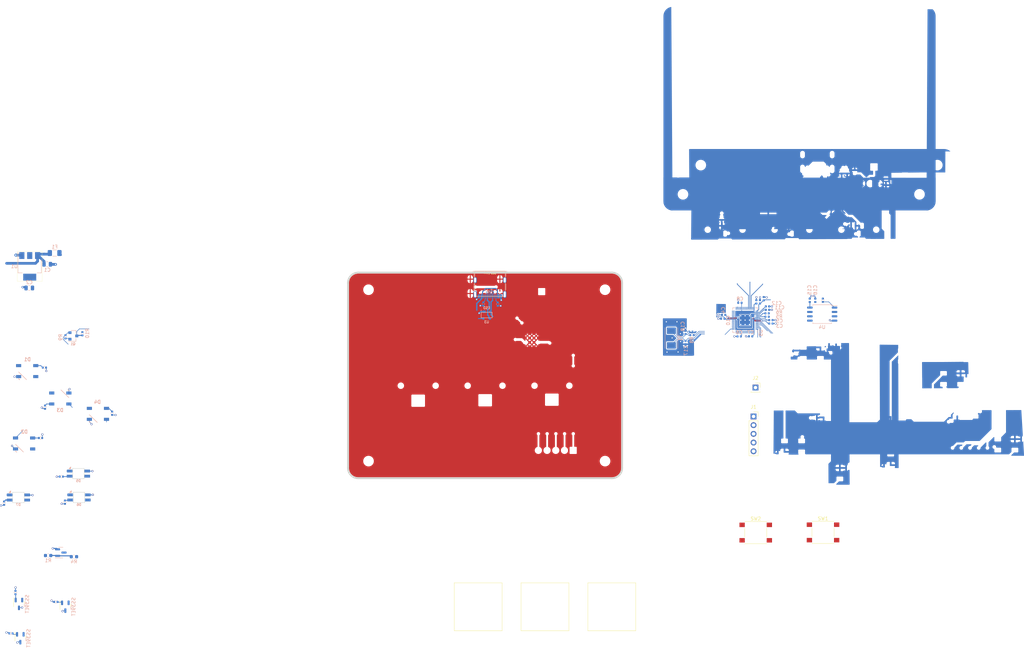
<source format=kicad_pcb>
(kicad_pcb (version 20221018) (generator pcbnew)
  (title_block (title "RP2040 Minimal Design Example") (date "2020-07-13") (rev "REV1") (company "Raspberry Pi (Trading) Ltd"))
  (layers (0 "F.Cu" signal) (31 "B.Cu" signal) (34 "B.Paste" user) (35 "F.Paste" user) (36 "B.SilkS" user "B.Silkscreen") (37 "F.SilkS" user "F.Silkscreen") (38 "B.Mask" user) (39 "F.Mask" user) (44 "Edge.Cuts" user))
  (net 0 "")
  (net 1 "GND")
  (net 2 "VBUS")
  (net 3 "/XIN")
  (net 4 "/XOUT")
  (net 5 "+3V3")
  (net 6 "+1V1")
  (net 7 "/GPIO2")
  (net 8 "/GPIO1")
  (net 9 "/GPIO0")
  (net 10 "UART0")
  (net 11 "UART1")
  (net 12 "/GPIO9")
  (net 13 "/GPIO8")
  (net 14 "/GPIO7")
  (net 15 "/GPIO6")
  (net 16 "/GPIO5")
  (net 17 "/GPIO4")
  (net 18 "/GPIO3")
  (net 19 "/QSPI_SS")
  (net 20 "/GPIO29_ADC3")
  (net 21 "/QSPI_SD3")
  (net 22 "/QSPI_SCLK")
  (net 23 "/QSPI_SD0")
  (net 24 "/QSPI_SD2")
  (net 25 "/QSPI_SD1")
  (net 26 "/USB_D+")
  (net 27 "/USB_D-")
  (net 28 "/GPIO25")
  (net 29 "/GPIO24")
  (net 30 "/GPIO23")
  (net 31 "/GPIO22")
  (net 32 "/GPIO21")
  (net 33 "/GPIO20")
  (net 34 "/GPIO19")
  (net 35 "/GPIO18")
  (net 36 "Net-(C18-Pad1)")
  (net 37 "/GPIO15")
  (net 38 "/GPIO14")
  (net 39 "/GPIO13")
  (net 40 "LED_D_5V")
  (net 41 "+5V")
  (net 42 "+3V")
  (net 43 "SWCLK")
  (net 44 "SWD")
  (net 45 "RUN")
  (net 46 "Net-(U5-USB_DP)")
  (net 47 "Net-(U5-USB_DM)")
  (net 48 "RP_ADC0")
  (net 49 "RP_ADC1")
  (net 50 "RP_ADC2")
  (net 51 "BUTT0")
  (net 52 "BUTT1")
  (net 53 "Net-(D1-DOUT)")
  (net 54 "Net-(D2-DOUT)")
  (net 55 "Net-(D3-DOUT)")
  (net 56 "Net-(D4-DOUT)")
  (net 57 "Net-(D5-DOUT)")
  (net 58 "Net-(D6-DOUT)")
  (net 60 "Net-(P1-CC1)")
  (net 62 "ADC_AVDD")
  (net 63 "Net-(P1-CC2)")
  (net 65 "GPIO12")
  (net 66 "/GPIO17")
  (net 67 "/GPIO16")
  (footprint "Button_Switch_SMD:SW_Push_1P1T_NO_6x6mm_H9.5mm" (layer "F.Cu") (at 178.46 145.68)
    (fp_text reference "SW2")
    (fp_text value "SW_Push")
  )
  (footprint "Button_Switch_Keyboard:SW_Lekker_MX_1.00u_PCB" (layer "F.Cu") (at 136.48 167.34)
    (fp_text reference "REF**" hide)
    (fp_text value "SW_Lekker_MX_1.00u_PCB")
  )
  (footprint "Button_Switch_Keyboard:SW_Lekker_MX_1.00u_PCB" (layer "F.Cu") (at 116.98 167.34)
    (fp_text reference "REF**" hide)
    (fp_text value "SW_Lekker_MX_1.00u_PCB")
  )
  (footprint "MountingHole:MountingHole_2.7mm_M2.5" (layer "F.Cu") (at 65.5 74.83)
    (fp_text reference "REF**" hide)
    (fp_text value "MountingHole_2.7mm_M2.5")
  )
  (footprint "MountingHole:MountingHole_2.7mm_M2.5" (layer "F.Cu") (at 65.5 124.83)
    (fp_text reference "REF**" hide)
    (fp_text value "MountingHole_2.7mm_M2.5")
  )
  (footprint "Button_Switch_SMD:SW_Push_1P1T_NO_6x6mm_H9.5mm" (layer "F.Cu") (at 198.09 145.63)
    (fp_text reference "SW1")
    (fp_text value "SW_Push")
  )
  (footprint "Button_Switch_Keyboard:SW_Lekker_MX_1.00u_PCB" (layer "F.Cu") (at 97.48 167.34)
    (fp_text reference "REF**" hide)
    (fp_text value "SW_Lekker_MX_1.00u_PCB")
  )
  (footprint "Connector_PinSocket_2.54mm:PinSocket_1x01_P2.54mm_Vertical" (layer "F.Cu") (at 178.385 103.375)
    (fp_text reference "J2")
    (fp_text value "Conn_01x01_Socket")
  )
  (footprint "MountingHole:MountingHole_2.7mm_M2.5" (layer "F.Cu") (at 134.5 74.83)
    (fp_text reference "REF**" hide)
    (fp_text value "MountingHole_2.7mm_M2.5")
  )
  (footprint "Connector_PinSocket_2.54mm:PinSocket_1x05_P2.54mm_Vertical" (layer "F.Cu") (at 177.82 111.8)
    (fp_text reference "J1")
    (fp_text value "Conn_01x05_Socket")
  )
  (footprint "MountingHole:MountingHole_2.7mm_M2.5" (layer "F.Cu") (at 134.5 124.83)
    (fp_text reference "REF**" hide)
    (fp_text value "MountingHole_2.7mm_M2.5")
  )
  (footprint "Capacitor_SMD:C_0805_2012Metric" (layer "B.Cu") (at -33.47064 74.3198 180)
    (fp_text reference "C2")
    (fp_text value "10u")
  )
  (footprint "Capacitor_SMD:C_0402_1005Metric" (layer "B.Cu") (at 181.885 79.6975)
    (fp_text reference "C12")
    (fp_text value "1u")
  )
  (footprint "Capacitor_SMD:C_0402_1005Metric" (layer "B.Cu") (at 181.885 80.6975)
    (fp_text reference "C11")
    (fp_text value "1u")
  )
  (footprint "Capacitor_SMD:C_0402_1005Metric" (layer "B.Cu") (at 173.845 78.65 180)
    (fp_text reference "C8")
    (fp_text value "100n")
  )
  (footprint "Package_TO_SOT_SMD:SOT-223-3_TabPin2" (layer "B.Cu") (at -33.34064 68.0098 -90)
    (fp_text reference "U1")
    (fp_text value "NCP1117-3.3_SOT223" hide)
  )
  (footprint "Package_SO:SOIC-8_5.23x5.23mm_P1.27mm" (layer "B.Cu") (at 197.8475 81.9475 180)
    (fp_text reference "U4")
    (fp_text value "W25Q32JVSS")
  )
  (footprint "Capacitor_SMD:C_0402_1005Metric" (layer "B.Cu") (at 157.977481 87.2865 90)
    (fp_text reference "C18")
    (fp_text value "27p")
  )
  (footprint "Capacitor_SMD:C_0402_1005Metric" (layer "B.Cu") (at 182.885 83.6975)
    (fp_text reference "C5")
    (fp_text value "100n")
  )
  (footprint "Capacitor_SMD:C_0402_1005Metric" (layer "B.Cu") (at 176.9675 88.4175 180)
    (fp_text reference "C7")
    (fp_text value "100n")
  )
  (footprint "Capacitor_SMD:C_0402_1005Metric" (layer "B.Cu") (at 168.85 83.284 180)
    (fp_text reference "C10")
    (fp_text value "100n")
  )
  (footprint "Capacitor_SMD:C_0402_1005Metric" (layer "B.Cu") (at 181.770876 82.7125 180)
    (fp_text reference "R5")
    (fp_text value "27R")
  )
  (footprint "Capacitor_SMD:C_0402_1005Metric" (layer "B.Cu") (at 169.09 82.1775 180)
    (fp_text reference "C4")
    (fp_text value "100n")
  )
  (footprint "Capacitor_SMD:C_0805_2012Metric" (layer "B.Cu") (at -28.23064 67.3998)
    (fp_text reference "C1")
    (fp_text value "10u")
  )
  (footprint "Capacitor_SMD:C_0402_1005Metric" (layer "B.Cu") (at 173.6175 88.4475 180)
    (fp_text reference "C6")
    (fp_text value "100n")
  )
  (footprint "Capacitor_SMD:C_0402_1005Metric" (layer "B.Cu") (at 195.83 77.92 90)
    (fp_text reference "C16")
    (fp_text value "1u")
  )
  (footprint "RP2040_minimal:RP2040-QFN-56" (layer "B.Cu") (at 175.36 83.7 90)
    (fp_text reference "U5")
    (fp_text value "RP2040")
  )
  (footprint "Capacitor_SMD:C_0402_1005Metric" (layer "B.Cu") (at 157.977481 90.2565 -90)
    (fp_text reference "C17")
    (fp_text value "27p")
  )
  (footprint "Capacitor_SMD:C_0402_1005Metric" (layer "B.Cu") (at 181.770876 81.7125 180)
    (fp_text reference "R6")
    (fp_text value "27R")
  )
  (footprint "Capacitor_SMD:C_0402_1005Metric" (layer "B.Cu") (at 182.885 84.6975)
    (fp_text reference "C3")
    (fp_text value "100n")
  )
  (footprint "Capacitor_SMD:C_0402_1005Metric" (layer "B.Cu") (at 194.22 77.92 90)
    (fp_text reference "C15")
    (fp_text value "100n" hide)
  )
  (footprint "Capacitor_SMD:C_0402_1005Metric" (layer "B.Cu") (at 159.862481 88.0715 180)
    (fp_text reference "R8")
    (fp_text value "1k")
  )
  (footprint "Crystal:Crystal_SMD_Abracon_ABM7-2Pin_6.0x3.5mm" (layer "B.Cu") (at 153.861481 88.9305 90)
    (fp_text reference "Y1")
    (fp_text value "ABM7-12.000MHZ-D2Y-T")
  )
  (footprint "Capacitor_SMD:C_0402_1005Metric" (layer "B.Cu") (at -37.50064 163.1698 -90)
    (fp_text reference "C21" hide)
    (fp_text value "1u" hide)
  )
  (footprint "Capacitor_SMD:C_0402_1005Metric" (layer "B.Cu") (at -28.87064 109.0898 -90)
    (fp_text reference "C24" hide)
    (fp_text value "1u" hide)
  )
  (footprint "Keebio-Parts:SK6812-MINI-E" (layer "B.Cu") (at -36.65064 135.4398 180)
    (fp_text reference "D7")
    (fp_text value "SK6812MINI" hide)
    (fp_line (start -1.7 -1.5) (end -1.7 1.5) (stroke (width 0.12)) (layer "Edge.Cuts"))
    (fp_line (start -1.7 1.5) (end 1.7 1.5) (stroke (width 0.12)) (layer "Edge.Cuts"))
    (fp_line (start 1.7 -1.5) (end -1.7 -1.5) (stroke (width 0.12)) (layer "Edge.Cuts"))
    (fp_line (start 1.7 1.5) (end 1.7 -1.5) (stroke (width 0.12)) (layer "Edge.Cuts"))
  )
  (footprint "Capacitor_SMD:C_0402_1005Metric" (layer "B.Cu") (at -24.12564 129.3498 180)
    (fp_text reference "C26" hide)
    (fp_text value "1u" hide)
  )
  (footprint "Keebio-Parts:WS2812B" (layer "B.Cu") (at -34.08064 98.5698 180)
    (fp_text reference "D1")
    (fp_text value "WS2812B" hide)
  )
  (footprint "Keebio-Parts:WS2812B" (layer "B.Cu") (at -34.98064 119.6798 180)
    (fp_text reference "D2")
    (fp_text value "WS2812B" hide)
  )
  (footprint "Capacitor_SMD:C_0603_1608Metric" (layer "B.Cu") (at -20.44064 152.7158)
    (fp_text reference "R4")
    (fp_text value "1R")
  )
  (footprint "Package_TO_SOT_SMD:SOT-23-3" (layer "B.Cu") (at -36.08064 176.4998 -90)
    (fp_text reference "S1" hide)
    (fp_text value "SS39ET")
  )
  (footprint "Keebio-Parts:SOT-23" (layer "B.Cu") (at -20.61064 88.3098)
    (fp_text reference "Q1")
    (fp_text value "BSS138")
  )
  (footprint "Connector_USB:USB_C_Receptacle_GCT_USB4105-xx-A_16P_TopMnt_Horizontal" (layer "B.Cu") (at 100.9225 73.0875)
    (fp_text reference "P1")
    (fp_text value "USB4105-GF-A")
  )
  (footprint "Capacitor_SMD:C_0603_1608Metric" (layer "B.Cu") (at -27.97064 152.3758)
    (fp_text reference "R1")
    (fp_text value "200R")
  )
  (footprint "Keebio-Parts:WS2812B" (layer "B.Cu") (at -13.44064 111.0398 180)
    (fp_text reference "D4")
    (fp_text value "WS2812B" hide)
  )
  (footprint "Keebio-Parts:SOT-143B" (layer "B.Cu") (at 99.9575 82.2275)
    (fp_text reference "U3")
    (fp_text value "PRTR5V0U2X" hide)
  )
  (footprint "Package_TO_SOT_SMD:SOT-23-3" (layer "B.Cu") (at -22.95064 167.3098 -90)
    (fp_text reference "S2" hide)
    (fp_text value "SS39ET")
  )
  (footprint "Package_TO_SOT_SMD:SOT-23" (layer "B.Cu") (at -24.28064 151.5098)
    (fp_text reference "U2" hide)
    (fp_text value "LM4040DBZ-3" hide)
  )
  (footprint "Capacitor_SMD:C_0402_1005Metric" (layer "B.Cu") (at 99.0025 78.9975 -90)
    (fp_text reference "R2" hide)
    (fp_text value "5.1k" hide)
  )
  (footprint "Capacitor_SMD:C_0402_1005Metric" (layer "B.Cu") (at -17.98064 87.6698 -90)
    (fp_text reference "R10")
    (fp_text value "10k" hide)
  )
  (footprint "Capacitor_SMD:C_0402_1005Metric" (layer "B.Cu") (at 180.7875 77.4575 90)
    (fp_text reference "C14" hide)
    (fp_text value "1u" hide)
  )
  (footprint "Package_TO_SOT_SMD:SOT-23-3" (layer "B.Cu") (at -36.48064 166.4998 -90)
    (fp_text reference "S3" hide)
    (fp_text value "SS39ET")
  )
  (footprint "Capacitor_SMD:C_0402_1005Metric" (layer "B.Cu") (at 178.6375 78.3675 90)
    (fp_text reference "C9" hide)
    (fp_text value "100n" hide)
  )
  (footprint "Capacitor_SMD:C_0402_1005Metric" (layer "B.Cu") (at 179.6975 78.3575 90)
    (fp_text reference "C13" hide)
    (fp_text value "100n" hide)
  )
  (footprint "Capacitor_SMD:C_0402_1005Metric" (layer "B.Cu") (at -29.04664 97.5498)
    (fp_text reference "C22" hide)
    (fp_text value "1u" hide)
  )
  (footprint "Capacitor_SMD:C_0402_1005Metric" (layer "B.Cu") (at -40.81064 137.0898 -90)
    (fp_text reference "C28" hide)
    (fp_text value "1u" hide)
  )
  (footprint "Capacitor_SMD:C_0402_1005Metric" (layer "B.Cu") (at -30.18064 118.0898)
    (fp_text reference "C23" hide)
    (fp_text value "1u" hide)
  )
  (footprint "Capacitor_SMD:C_0402_1005Metric" (layer "B.Cu") (at -9.30064 110.8598 -90)
    (fp_text reference "C25" hide)
    (fp_text value "1u" hide)
  )
  (footprint "Capacitor_SMD:C_0402_1005Metric" (layer "B.Cu") (at -25.71064 165.8898)
    (fp_text reference "C20" hide)
    (fp_text value "1u" hide)
  )
  (footprint "Capacitor_SMD:C_0402_1005Metric" (layer "B.Cu") (at 103.1925 79.0375 -90)
    (fp_text reference "R3" hide)
    (fp_text value "5.1k" hide)
  )
  (footprint "Capacitor_SMD:C_0402_1005Metric" (layer "B.Cu") (at -38.82064 175.0798)
    (fp_text reference "C19" hide)
    (fp_text value "1u" hide)
  )
  (footprint "Keebio-Parts:SK6812-MINI-E" (layer "B.Cu") (at -18.97064 135.4198 180)
    (fp_text reference "D6")
    (fp_text value "SK6812MINI" hide)
    (fp_line (start -1.7 -1.5) (end -1.7 1.5) (stroke (width 0.12)) (layer "Edge.Cuts"))
    (fp_line (start -1.7 1.5) (end 1.7 1.5) (stroke (width 0.12)) (layer "Edge.Cuts"))
    (fp_line (start 1.7 -1.5) (end -1.7 -1.5) (stroke (width 0.12)) (layer "Edge.Cuts"))
    (fp_line (start 1.7 1.5) (end 1.7 -1.5) (stroke (width 0.12)) (layer "Edge.Cuts"))
  )
  (footprint "Capacitor_SMD:C_0402_1005Metric" (layer "B.Cu") (at -23.06064 136.8048 -90)
    (fp_text reference "C27" hide)
    (fp_text value "1u" hide)
  )
  (footprint "Keebio-Parts:SK6812-MINI-E" (layer "B.Cu") (at -19.13564 128.4748 180)
    (fp_text reference "D5")
    (fp_text value "SK6812MINI" hide)
    (fp_line (start -1.7 -1.5) (end -1.7 1.5) (stroke (width 0.12)) (layer "Edge.Cuts"))
    (fp_line (start -1.7 1.5) (end 1.7 1.5) (stroke (width 0.12)) (layer "Edge.Cuts"))
    (fp_line (start 1.7 -1.5) (end -1.7 -1.5) (stroke (width 0.12)) (layer "Edge.Cuts"))
    (fp_line (start 1.7 1.5) (end 1.7 -1.5) (stroke (width 0.12)) (layer "Edge.Cuts"))
  )
  (footprint "Capacitor_SMD:C_0402_1005Metric" (layer "B.Cu") (at -22.91064 88.5598 90)
    (fp_text reference "R9")
    (fp_text value "10k" hide)
  )
  (footprint "Keebio-Parts:WS2812B" (layer "B.Cu") (at -24.42064 106.5598)
    (fp_text reference "D3")
    (fp_text value "WS2812B" hide)
  )
  (footprint "Capacitor_SMD:C_0402_1005Metric" (layer "B.Cu") (at 198.04 77.89 -90)
    (fp_text reference "R7" hide)
    (fp_text value "10k" hide)
  )
  (footprint "Fuse:Fuse_1206_3216Metric" (layer "B.Cu") (at -26.07064 64.1298 180)
    (fp_text reference "F1")
    (fp_text value "0ZCJ0025AF2E" hide)
  )
  (gr_arc (start 136.5 69.83) (mid 138.62132 70.70868) (end 139.5 72.83) (stroke (width 0.5)) (layer "Edge.Cuts"))
  (gr_line (start 139.5 126.83) (end 139.5 72.83) (stroke (width 0.5)) (layer "Edge.Cuts"))
  (gr_line (start 62.5 69.83) (end 136.5 69.83) (stroke (width 0.5)) (layer "Edge.Cuts"))
  (gr_line (start 62.5 129.83) (end 136.5 129.83) (stroke (width 0.5)) (layer "Edge.Cuts"))
  (gr_arc (start 139.5 126.83) (mid 138.62132 128.95132) (end 136.5 129.83) (stroke (width 0.5)) (layer "Edge.Cuts"))
  (gr_line (start 59.5 126.83) (end 59.5 72.83) (stroke (width 0.5)) (layer "Edge.Cuts"))
  (gr_arc (start 59.5 72.83) (mid 60.378768 70.708768) (end 62.5 69.83) (stroke (width 0.5)) (layer "Edge.Cuts"))
  (gr_arc (start 62.5 129.83) (mid 60.373221 128.956779) (end 59.5 126.83) (stroke (width 0.5)) (layer "Edge.Cuts"))
  (via (at 158.877981 87.216) (size 0.6) (drill 0.35) (layers "F.Cu" "B.Cu") (net 1))
  (via (at 154.077481 88.8815) (size 0.6) (drill 0.35) (layers "F.Cu" "B.Cu") (net 1))
  (via (at 156.492481 87.644) (size 0.6) (drill 0.35) (layers "F.Cu" "B.Cu") (net 1))
  (via (at 152.567481 93.034) (size 0.6) (drill 0.35) (layers "F.Cu" "B.Cu") (net 1))
  (via (at 155.807481 92.994) (size 0.6) (drill 0.35) (layers "F.Cu" "B.Cu") (net 1))
  (via (at 155.477481 84.1815) (size 0.6) (drill 0.35) (layers "F.Cu" "B.Cu") (net 1))
  (via (at 175.6275 88.3875) (size 0.6) (drill 0.35) (layers "F.Cu" "B.Cu") (net 1))
  (via (at -24.00064 137.2648) (size 0.6) (drill 0.35) (layers "F.Cu" "B.Cu") (net 1))
  (via (at -8.29064 111.3798) (size 0.6) (drill 0.35) (layers "F.Cu" "B.Cu") (net 1))
  (via (at -26.61064 150.2958) (size 0.6) (drill 0.35) (layers "F.Cu" "B.Cu") (net 1))
  (via (at -29.80064 109.2298) (size 0.6) (drill 0.35) (layers "F.Cu" "B.Cu") (net 1))
  (via (at 200.105878 83.705878) (size 0.6) (drill 0.35) (layers "F.Cu" "B.Cu") (net 1))
  (via (at 173.3775 77.8375) (size 0.6) (drill 0.35) (layers "F.Cu" "B.Cu") (net 1))
  (via (at 160.147981 89.6925) (size 0.6) (drill 0.35) (layers "F.Cu" "B.Cu") (net 1))
  (via (at 179.7175 77.0775) (size 0.6) (drill 0.35) (layers "F.Cu" "B.Cu") (net 1))
  (via (at 172.2375 88.4375) (size 0.6) (drill 0.35) (layers "F.Cu" "B.Cu") (net 1))
  (via (at -35.56064 167.5498) (size 0.6) (drill 0.35) (layers "F.Cu" "B.Cu") (net 1))
  (via (at -32.52064 134.7598) (size 0.6) (drill 0.35) (layers "F.Cu" "B.Cu") (net 1))
  (via (at -38.48596 120.3838) (size 0.6) (drill 0.35) (layers "F.Cu" "B.Cu") (net 1))
  (via (at 183.2 79.6975) (size 0.6) (drill 0.35) (layers "F.Cu" "B.Cu") (net 1))
  (via (at -23.77064 168.5998) (size 0.6) (drill 0.35) (layers "F.Cu" "B.Cu") (net 1))
  (via (at 194.66 76.68) (size 0.6) (drill 0.35) (layers "F.Cu" "B.Cu") (net 1))
  (via (at -15.30064 114.0498) (size 0.6) (drill 0.35) (layers "F.Cu" "B.Cu") (net 1))
  (via (at 157.988981 86.0095) (size 0.6) (drill 0.35) (layers "F.Cu" "B.Cu") (net 1))
  (via (at -15.07064 127.7548) (size 0.6) (drill 0.35) (layers "F.Cu" "B.Cu") (net 1))
  (via (at 167.55301 83.284006) (size 0.6) (drill 0.35) (layers "F.Cu" "B.Cu") (net 1))
  (via (at 97.7625 81.6775) (size 0.6) (drill 0.35) (layers "F.Cu" "B.Cu") (net 1))
  (via (at 104.0525 79.5375) (size 0.6) (drill 0.35) (layers "F.Cu" "B.Cu") (net 1))
  (via (at 152.377481 84.1815) (size 0.6) (drill 0.35) (layers "F.Cu" "B.Cu") (net 1))
  (via (at -40.13064 174.8298) (size 0.6) (drill 0.35) (layers "F.Cu" "B.Cu") (net 1))
  (via (at -28.51664 98.5448) (size 0.6) (drill 0.35) (layers "F.Cu" "B.Cu") (net 1))
  (via (at 183.1875 80.6875) (size 0.6) (drill 0.35) (layers "F.Cu" "B.Cu") (net 1))
  (via (at -25.43564 129.3698) (size 0.6) (drill 0.35) (layers "F.Cu" "B.Cu") (net 1))
  (via (at -21.72064 103.8098) (size 0.6) (drill 0.35) (layers "F.Cu" "B.Cu") (net 1))
  (via (at -35.41064 74.0698) (size 0.6) (drill 0.35) (layers "F.Cu" "B.Cu") (net 1))
  (via (at -26.96064 165.5398) (size 0.6) (drill 0.35) (layers "F.Cu" "B.Cu") (net 1))
  (via (at -37.46064 161.7098) (size 0.6) (drill 0.35) (layers "F.Cu" "B.Cu") (net 1))
  (via (at -41.71064 137.7598) (size 0.6) (drill 0.35) (layers "F.Cu" "B.Cu") (net 1))
  (via (at -14.92064 134.6548) (size 0.6) (drill 0.35) (layers "F.Cu" "B.Cu") (net 1))
  (via (at 178.6475 77.0275) (size 0.6) (drill 0.35) (layers "F.Cu" "B.Cu") (net 1))
  (via (at -37.77064 100.1998) (size 0.6) (drill 0.35) (layers "F.Cu" "B.Cu") (net 1))
  (via (at -25.78564 67.4298) (size 0.6) (drill 0.35) (layers "F.Cu" "B.Cu") (net 1))
  (via (at 157.977481 91.5975) (size 0.6) (drill 0.35) (layers "F.Cu" "B.Cu") (net 1))
  (via (at 104.2225 77.8675) (size 0.6) (drill 0.35) (layers "F.Cu" "B.Cu") (net 1))
  (via (at -36.95064 177.7373) (size 0.6) (drill 0.35) (layers "F.Cu" "B.Cu") (net 1))
  (via (at 184.2175 83.6975) (size 0.6) (drill 0.35) (layers "F.Cu" "B.Cu") (net 1))
  (via (at -29.66064 117.0548) (size 0.6) (drill 0.35) (layers "F.Cu" "B.Cu") (net 1))
  (via (at 98.1125 79.4875) (size 0.6) (drill 0.35) (layers "F.Cu" "B.Cu") (net 1))
  (via (at 97.0275 77.6525) (size 0.6) (drill 0.35) (layers "F.Cu" "B.Cu") (net 1))
  (via (at 184.2375 84.6675) (size 0.6) (drill 0.35) (layers "F.Cu" "B.Cu") (net 1))
  (via (at 167.552996 82.165) (size 0.6) (drill 0.35) (layers "F.Cu" "B.Cu") (net 1))
  (via (at -37.41064 64.7298) (size 0.6) (drill 0.35) (layers "F.Cu" "B.Cu") (net 1))
  (via (at 181.6475 77.0675) (size 0.6) (drill 0.35) (layers "F.Cu" "B.Cu") (net 1))
  (via (at 156.542481 89.944) (size 0.6) (drill 0.35) (layers "F.Cu" "B.Cu") (net 1))
  (via (at 195.49 76.62) (size 0.6) (drill 0.35) (layers "F.Cu" "B.Cu") (net 1))
  (segment (start 162.322981 87.7715) (end 160.401981 89.6925) (width 0.15) (layer "B.Cu") (net 1))
  (segment (start -37.41064 64.7298) (end -37.28564 64.7498) (width 0.8) (layer "B.Cu") (net 1))
  (segment (start -28.51664 98.5448) (end -28.51664 97.5748) (width 0.15) (layer "B.Cu") (net 1))
  (segment (start -36.74814 177.5348) (end -36.95064 177.7373) (width 0.2) (layer "B.Cu") (net 1))
  (segment (start 178.6375 77.0375) (end 178.6375 77.8825) (width 0.2) (layer "B.Cu") (net 1))
  (segment (start 200.105878 83.705878) (end 200.35 83.95) (width 0.2) (layer "B.Cu") (net 1))
  (segment (start 163.539981 87.7715) (end 162.322981 87.7715) (width 0.15) (layer "B.Cu") (net 1))
  (segment (start 157.977481 86.8015) (end 158.297481 86.8015) (width 0.15) (layer "B.Cu") (net 1))
  (segment (start -37.49064 161.7398) (end -37.49064 162.7373) (width 0.2) (layer "B.Cu") (net 1))
  (segment (start 181.6475 77.0675) (end 181.5525 76.9725) (width 0.15) (layer "B.Cu") (net 1))
  (segment (start 194.66 76.68) (end 194.2875 77.0525) (width 0.15) (layer "B.Cu") (net 1))
  (segment (start 98.1225 79.4775) (end 98.1125 79.4875) (width 0.15) (layer "B.Cu") (net 1))
  (segment (start -23.61814 168.4473) (end -23.77064 168.5998) (width 0.15) (layer "B.Cu") (net 1))
  (segment (start 104.0325 79.5175) (end 104.0525 79.5375) (width 0.15) (layer "B.Cu") (net 1))
  (segment (start 103.1925 79.5175) (end 104.0325 79.5175) (width 0.2) (layer "B.Cu") (net 1))
  (segment (start -15.94 112.64) (end -15.94 113.37044) (width 0.15) (layer "B.Cu") (net 1))
  (segment (start 99.0025 79.4775) (end 98.1225 79.4775) (width 0.2) (layer "B.Cu") (net 1))
  (segment (start 183.1775 80.6975) (end 182.37 80.6975) (width 0.2) (layer "B.Cu") (net 1))
  (segment (start 194.2875 77.0525) (end 194.2875 77.5025) (width 0.15) (layer "B.Cu") (net 1))
  (segment (start -40.13064 174.8298) (end -39.55064 174.8298) (width 0.2) (layer "B.Cu") (net 1))
  (segment (start -37.51532 121.35448) (end -38.48596 120.38384) (width 0.15) (layer "B.Cu") (net 1))
  (segment (start -24.00064 137.2648) (end -23.98064 137.2848) (width 0.15) (layer "B.Cu") (net 1))
  (segment (start -23.98064 137.2848) (end -23.06064 137.2848) (width 0.15) (layer "B.Cu") (net 1))
  (segment (start 173.3775 77.8375) (end 173.36 77.855) (width 0.15) (layer "B.Cu") (net 1))
  (segment (start 184.2175 83.6975) (end 183.41 83.6975) (width 0.2) (layer "B.Cu") (net 1))
  (segment (start -21.92128 104.9596) (end -21.92128 104.01044) (width 0.15) (layer "B.Cu") (net 1))
  (segment (start 173.81 84.7) (end 174.085 84.975) (width 0.15) (layer "B.Cu") (net 1))
  (segment (start -15.26064 114.0498) (end -15.31064 113.9998) (width 0.15) (layer "B.Cu") (net 1))
  (segment (start -16.50064 127.7698) (end -15.08564 127.7698) (width 0.15) (layer "B.Cu") (net 1))
  (segment (start -15.30064 114.0498) (end -15.26064 114.0498) (width 0.15) (layer "B.Cu") (net 1))
  (segment (start -9.26064 111.3798) (end -9.30064 111.3398) (width 0.15) (layer "B.Cu") (net 1))
  (segment (start 173.36 77.855) (end 173.36 78.65) (width 0.15) (layer "B.Cu") (net 1))
  (segment (start -14.93564 134.6698) (end -14.92064 134.6548) (width 0.15) (layer "B.Cu") (net 1))
  (segment (start -35.56064 167.5498) (end -36.48564 167.5498) (width 0.15) (layer "B.Cu") (net 1))
  (segment (start -41.71064 137.7598) (end -41.00064 137.7598) (width 0.15) (layer "B.Cu") (net 1))
  (segment (start -37.30564 64.7498) (end -37.32564 64.7498) (width 0.8) (layer "B.Cu") (net 1))
  (segment (start 168.365 83.284) (end 167.553016 83.284) (width 0.2) (layer "B.Cu") (net 1))
  (segment (start -29.80064 109.2298) (end -29.52064 109.5098) (width 0.2) (layer "B.Cu") (net 1))
  (segment (start -33.91064 134.7598) (end -32.52064 134.7598) (width 0.2) (layer "B.Cu") (net 1))
  (segment (start 182.37 79.6975) (end 183.2 79.6975) (width 0.2) (layer "B.Cu") (net 1))
  (segment (start 158.297481 86.8015) (end 158.711981 87.216) (width 0.15) (layer "B.Cu") (net 1))
  (segment (start 157.977481 86.021) (end 157.988981 86.0095) (width 0.15) (layer "B.Cu") (net 1))
  (segment (start 181.5525 76.9725) (end 180.6775 76.9725) (width 0.2) (layer "B.Cu") (net 1))
  (segment (start 175.6275 88.3875) (end 175.8275 88.5875) (width 0.15) (layer "B.Cu") (net 1))
  (segment (start 167.553016 83.284) (end 167.55301 83.284006) (width 0.2) (layer "B.Cu") (net 1))
  (segment (start 157.977481 86.8015) (end 157.977481 86.021) (width 0.15) (layer "B.Cu") (net 1))
  (segment (start -25.43564 129.3698) (end -25.41564 129.3498) (width 0.15) (layer "B.Cu") (net 1))
  (segment (start 97.0275 77.6525) (end 97.6025 77.0775) (width 0.3) (layer "B.Cu") (net 1))
  (segment (start -36.10064 177.5348) (end -36.74814 177.5348) (width 0.2) (layer "B.Cu") (net 1))
  (segment (start -26.61064 165.8898) (end -26.19064 165.8898) (width 0.2) (layer "B.Cu") (net 1))
  (segment (start -21.92128 104.01044) (end -21.72064 103.8098) (width 0.15) (layer "B.Cu") (net 1))
  (segment (start 195.49 76.62) (end 195.83 76.96) (width 0.2) (layer "B.Cu") (net 1))
  (segment (start 173.05 88.4375) (end 173.275 88.6625) (width 0.2) (layer "B.Cu") (net 1))
  (segment (start 157.977481 90.7415) (end 157.977481 91.5975) (width 0.2) (layer "B.Cu") (net 1))
  (segment (start 183.255 84.6875) (end 184.2175 84.6875) (width 0.2) (layer "B.Cu") (net 1))
  (segment (start -38.48596 120.38384) (end -38.48596 120.3838) (width 0.15) (layer "B.Cu") (net 1))
  (segment (start 168.365 82.165) (end 167.552996 82.165) (width 0.2) (layer "B.Cu") (net 1))
  (segment (start -22.95064 168.4473) (end -23.61814 168.4473) (width 0.15) (layer "B.Cu") (net 1))
  (segment (start -16.42064 134.6698) (end -14.93564 134.6698) (width 0.2) (layer "B.Cu") (net 1))
  (segment (start -26.61064 150.2958) (end -25.45464 150.2958) (width 0.3) (layer "B.Cu") (net 1))
  (segment (start -29.52064 109.5098) (end -28.99314 109.5098) (width 0.2) (layer "B.Cu") (net 1))
  (segment (start -27.07564 67.4298) (end -25.78564 67.4298) (width 0.8) (layer "B.Cu") (net 1))
  (segment (start -35.41064 74.0698) (end -35.40064 74.0798) (width 0.6) (layer "B.Cu") (net 1))
  (segment (start -25.45464 150.2958) (end -25.29064 150.4598) (width 0.3) (layer "B.Cu") (net 1))
  (segment (start 175.8275 88.5875) (end 176.1825 88.5875) (width 0.15) (layer "B.Cu") (net 1))
  (segment (start -36.48564 167.5498) (end -36.50064 167.5348) (width 0.15) (layer "B.Cu") (net 1))
  (segment (start -35.40064 74.0798) (end -34.25314 74.0798) (width 0.6) (layer "B.Cu") (net 1))
  (segment (start -15.30064 114.0098) (end -15.30064 114.0498) (width 0.15) (layer "B.Cu") (net 1))
  (segment (start -26.96064 165.5398) (end -26.61064 165.8898) (width 0.2) (layer "B.Cu") (net 1))
  (segment (start 172.2375 88.4375) (end 173.05 88.4375) (width 0.2) (layer "B.Cu") (net 1))
  (segment (start 195.83 76.96) (end 195.83 77.435) (width 0.2) (layer "B.Cu") (net 1))
  (segment (start 104.1225 76.7675) (end 104.1225 77.7675) (width 0.4) (layer "B.Cu") (net 1))
  (segment (start -29.66064 117.0548) (end -29.66064 118.0248) (width 0.15) (layer "B.Cu") (net 1))
  (segment (start -41.00064 137.7598) (end -40.81064 137.5698) (width 0.15) (layer "B.Cu") (net 1))
  (segment (start 179.6975 77.8725) (end 179.7175 77.0775) (width 0.2) (layer "B.Cu") (net 1))
  (segment (start 97.6025 77.0775) (end 97.6025 76.64) (width 0.3) (layer "B.Cu") (net 1))
  (segment (start 200.35 83.95) (end 201.065 83.95) (width 0.2) (layer "B.Cu") (net 1))
  (segment (start -8.29064 111.3798) (end -9.26064 111.3798) (width 0.15) (layer "B.Cu") (net 1))
  (segment (start 183.1875 80.6875) (end 183.1775 80.6975) (width 0.2) (layer "B.Cu") (net 1))
  (segment (start 99.0075 81.2575) (end 98.1825 81.2575) (width 0.4) (layer "B.Cu") (net 1))
  (segment (start -39.55064 174.8298) (end -39.30064 175.0798) (width 0.15) (layer "B.Cu") (net 1))
  (segment (start -15.94 113.37044) (end -15.30064 114.0098) (width 0.15) (layer "B.Cu") (net 1))
  (segment (start 184.2175 84.6875) (end 184.2375 84.6675) (width 0.2) (layer "B.Cu") (net 1))
  (segment (start -37.32564 64.7498) (end -37.41064 64.7298) (width 0.8) (layer "B.Cu") (net 1))
  (segment (start 158.711981 87.216) (end 158.877981 87.216) (width 0.15) (layer "B.Cu") (net 1))
  (segment (start -37.28564 64.7498) (end -36.01564 64.7498) (width 0.8) (layer "B.Cu") (net 1))
  (segment (start 98.1825 81.2575) (end 97.7625 81.6775) (width 0.4) (layer "B.Cu") (net 1))
  (segment (start -25.41564 129.3498) (end -24.60564 129.3498) (width 0.15) (layer "B.Cu") (net 1))
  (segment (start 160.401981 89.6925) (end 160.147981 89.6925) (width 0.15) (layer "B.Cu") (net 1))
  (segment (start 102.63625 74.4675) (end 103.1225 74.95375) (width 0.3) (layer "B.Cu") (net 2))
  (segment (start -24.65064 64.0498) (end -24.65064 63.9898) (width 0.8) (layer "B.Cu") (net 2))
  (segment (start 98.7075 76.5825) (end 98.7075 76.042805) (width 0.3) (layer "B.Cu") (net 2))
  (segment (start 98.5225 76.7675) (end 98.5225 77.3975) (width 0.39878) (layer "B.Cu") (net 2))
  (segment (start 97.5925 83.2575) (end 97.6225 83.2275) (width 0.3) (layer "B.Cu") (net 2))
  (segment (start 103.0875 76.04375) (end 103.3575 76.31375) (width 0.3) (layer "B.Cu") (net 2))
  (segment (start 103.1225 75.357195) (end 103.0875 75.392195) (width 0.3) (layer "B.Cu") (net 2))
  (segment (start 97.0825 78.8375) (end 97.0825 80.7775) (width 0.39878) (layer "B.Cu") (net 2))
  (segment (start 103.3575 76.31375) (end 103.3575 76.72375) (width 0.15) (layer "B.Cu") (net 2))
  (segment (start 98.5225 77.3975) (end 97.0825 78.8375) (width 0.39878) (layer "B.Cu") (net 2))
  (segment (start 98.7575 75.992805) (end 98.7575 75.4225) (width 0.3) (layer "B.Cu") (net 2))
  (segment (start 103.1225 74.95375) (end 103.1225 75.357195) (width 0.3) (layer "B.Cu") (net 2))
  (segment (start 98.7575 75.4225) (end 99.7125 74.4675) (width 0.3) (layer "B.Cu") (net 2))
  (segment (start 99.7125 74.4675) (end 102.63625 74.4675) (width 0.3) (layer "B.Cu") (net 2))
  (segment (start 103.0875 75.392195) (end 103.0875 76.04375) (width 0.3) (layer "B.Cu") (net 2))
  (segment (start 98.7075 76.042805) (end 98.7575 75.992805) (width 0.3) (layer "B.Cu") (net 2))
  (segment (start 98.7075 76.5825) (end 98.5225 76.7675) (width 0.2) (layer "B.Cu") (net 2))
  (segment (start 97.6225 83.2275) (end 99.0075 83.2275) (width 0.3) (layer "B.Cu") (net 2))
  (segment (start -24.67064 64.1298) (end -24.08064 64.7198) (width 0.3) (layer "B.Cu") (net 2))
  (segment (start 163.539981 87.3715) (end 162.03962 87.3715) (width 0.15) (layer "B.Cu") (net 3))
  (segment (start 160.43962 88.9715) (end 158.777481 88.9715) (width 0.15) (layer "B.Cu") (net 3))
  (segment (start 162.03962 87.3715) (end 160.43962 88.9715) (width 0.15) (layer "B.Cu") (net 3))
  (segment (start 157.977481 89.7715) (end 157.326981 89.121) (width 0.15) (layer "B.Cu") (net 3))
  (segment (start 153.861481 90.945037) (end 153.861481 91.0805) (width 0.15) (layer "B.Cu") (net 3))
  (segment (start 158.777481 88.9715) (end 157.977481 89.7715) (width 0.15) (layer "B.Cu") (net 3))
  (segment (start 157.326981 89.121) (end 155.685518 89.121) (width 0.15) (layer "B.Cu") (net 3))
  (segment (start 155.685518 89.121) (end 153.861481 90.945037) (width 0.15) (layer "B.Cu") (net 3))
  (segment (start 161.877481 86.9715) (end 160.777481 88.0715) (width 0.15) (layer "B.Cu") (net 4))
  (segment (start 163.539981 86.9715) (end 161.877481 86.9715) (width 0.15) (layer "B.Cu") (net 4))
  (segment (start 160.777481 88.0715) (end 160.347481 88.0715) (width 0.15) (layer "B.Cu") (net 4))
  (segment (start -24.18314 165.8898) (end -23.90064 166.1723) (width 0.15) (layer "B.Cu") (net 5))
  (segment (start 194.22 78.405) (end 194.2225 78.4075) (width 0.15) (layer "B.Cu") (net 5))
  (segment (start 177.96 80.2625) (end 177.96 79.235) (width 0.2) (layer "B.Cu") (net 5))
  (segment (start 178.3425 78.8525) (end 178.6375 78.8525) (width 0.2) (layer "B.Cu") (net 5))
  (segment (start -37.31314 175.0798) (end -37.03064 175.3623) (width 0.15) (layer "B.Cu") (net 5))
  (segment (start 178.8375 83.4975) (end 178 83.4975) (width 0.2) (layer "B.Cu") (net 5))
  (segment (start 177.96 87.91) (end 177.4525 88.4175) (width 0.15) (layer "B.Cu") (net 5))
  (segment (start 167.027996 82.568496) (end 167.027996 81.547004) (width 0.15) (layer "B.Cu") (net 5))
  (segment (start -22.91064 89.0398) (end -21.83064 89.0398) (width 0.15) (layer "B.Cu") (net 5))
  (segment (start 174.33 78.65) (end 174.33 80.2325) (width 0.15) (layer "B.Cu") (net 5))
  (segment (start 179.505026 81.4975) (end 178.0075 81.4975) (width 0.2) (layer "B.Cu") (net 5))
  (segment (start 181.4 79.6975) (end 180.75 80.3475) (width 0.2) (layer "B.Cu") (net 5))
  (segment (start 169.0835 82.7125) (end 167.172 82.7125) (width 0.15) (layer "B.Cu") (net 5))
  (segment (start 178.0075 81.4975) (end 177.96 81.45) (width 0.2) (layer "B.Cu") (net 5))
  (segment (start 178.8375 83.0975) (end 178.2 83.0975) (width 0.2) (layer "B.Cu") (net 5))
  (segment (start -21.83064 89.0398) (end -21.61064 89.2598) (width 0.15) (layer "B.Cu") (net 5))
  (segment (start -38.05814 175.3623) (end -38.34064 175.0798) (width 0.2) (layer "B.Cu") (net 5))
  (segment (start 167.172 82.7125) (end 167.027996 82.568496) (width 0.15) (layer "B.Cu") (net 5))
  (segment (start 167.027996 81.547004) (end 167.1475 81.4275) (width 0.15) (layer "B.Cu") (net 5))
  (segment (start 179.7 83.4975) (end 178.8375 83.4975) (width 0.2) (layer "B.Cu") (net 5))
  (segment (start 169.335 82.964) (end 169.0835 82.7125) (width 0.15) (layer "B.Cu") (net 5))
  (segment (start 169.8295 83.465) (end 169.6485 83.284) (width 0.2) (layer "B.Cu") (net 5))
  (segment (start 174.1025 88.4475) (end 174.36 88.19) (width 0.15) (layer "B.Cu") (net 5))
  (segment (start 177.96 86.4725) (end 177.95 86.4625) (width 0.15) (layer "B.Cu") (net 5))
  (segment (start 174.33 80.2325) (end 174.36 80.2625) (width 0.15) (layer "B.Cu") (net 5))
  (segment (start 194.2475 80.0425) (end 194.2475 78.4325) (width 0.2) (layer "B.Cu") (net 5))
  (segment (start -37.43064 165.3623) (end -37.43064 163.7198) (width 0.2) (layer "B.Cu") (net 5))
  (segment (start 174.245 88.6625) (end 174.1025 88.52) (width 0.15) (layer "B.Cu") (net 5))
  (segment (start -37.43064 163.7198) (end -37.50064 163.6498) (width 0.15) (layer "B.Cu") (net 5))
  (segment (start 174.36 88.19) (end 174.36 87.1375) (width 0.15) (layer "B.Cu") (net 5))
  (segment (start 177.96 87.1375) (end 177.96 87.91) (width 0.15) (layer "B.Cu") (net 5))
  (segment (start 180.655025 80.3475) (end 179.505026 81.4975) (width 0.2) (layer "B.Cu") (net 5))
  (segment (start 174.36 80.2625) (end 174.36 81.2475) (width 0.15) (layer "B.Cu") (net 5))
  (segment (start 177.96 79.235) (end 178.3425 78.8525) (width 0.2) (layer "B.Cu") (net 5))
  (segment (start -37.03064 175.3623) (end -38.05814 175.3623) (width 0.2) (layer "B.Cu") (net 5))
  (segment (start 178.8375 83.0975) (end 179.600002 83.0975) (width 0.2) (layer "B.Cu") (net 5))
  (segment (start 179.850001 83.347499) (end 179.7 83.4975) (width 0.2) (layer "B.Cu") (net 5))
  (segment (start 169.6485 83.284) (end 169.335 83.284) (width 0.2) (layer "B.Cu") (net 5))
  (segment (start 174.1025 88.4475) (end 174.1025 88.4825) (width 0.15) (layer "B.Cu") (net 5))
  (segment (start 180.75 80.3475) (end 180.655025 80.3475) (width 0.2) (layer "B.Cu") (net 5))
  (segment (start 174.36 86.3975) (end 174.35 86.3875) (width 0.15) (layer "B.Cu") (net 5))
  (segment (start 182.4 83.6975) (end 181.637466 83.6975) (width 0.2) (layer "B.Cu") (net 5))
  (segment (start 177.96 81.45) (end 177.96 80.2625) (width 0.2) (layer "B.Cu") (net 5))
  (segment (start 194.2225 78.4075) (end 194.2225 79.0375) (width 0.15) (layer "B.Cu") (net 5))
  (segment (start 174.1025 88.52) (end 174.1025 88.4475) (width 0.15) (layer "B.Cu") (net 5))
  (segment (start 181.287465 83.347499) (end 179.850001 83.347499) (width 0.2) (layer "B.Cu") (net 5))
  (segment (start -24.13689 165.9898) (end -25.16439 165.9898) (width 0.2) (layer "B.Cu") (net 5))
  (segment (start 171.8975 83.465) (end 172.535 83.465) (width 0.2) (layer "B.Cu") (net 5))
  (segment (start 194.2475 78.4325) (end 194.22 78.405) (width 0.2) (layer "B.Cu") (net 5))
  (segment (start 171.8975 83.465) (end 169.8295 83.465) (width 0.2) (layer "B.Cu") (net 5))
  (segment (start 174.36 81.2475) (end 174.375 81.2625) (width 0.15) (layer "B.Cu") (net 5))
  (segment (start 179.600002 83.0975) (end 179.850001 83.347499) (width 0.2) (layer "B.Cu") (net 5))
  (segment (start 178.2 83.0975) (end 178 83.2975) (width 0.2) (layer "B.Cu") (net 5))
  (segment (start 169.335 83.284) (end 169.335 82.964) (width 0.15) (layer "B.Cu") (net 5))
  (segment (start 174.36 87.1375) (end 174.36 86.3975) (width 0.15) (layer "B.Cu") (net 5))
  (segment (start 181.637466 83.6975) (end 181.287465 83.347499) (width 0.2) (layer "B.Cu") (net 5))
  (segment (start 174.3 80.2025) (end 174.36 80.2625) (width 0.15) (layer "B.Cu") (net 5))
  (segment (start 177.96 87.1375) (end 177.96 86.4725) (width 0.15) (layer "B.Cu") (net 5))
  (segment (start 173.19253 83.1075) (end 173.22503 83.075) (width 0.4) (layer "F.Cu") (net 6))
  (segment (start 180.160006 83.9) (end 178.35 83.9) (width 0.4) (layer "F.Cu") (net 6))
  (segment (start 178.35 83.9) (end 177.46 83.01) (width 0.4) (layer "F.Cu") (net 6))
  (segment (start 170.135 82.865) (end 170.3775 83.1075) (width 0.4) (layer "F.Cu") (net 6))
  (segment (start 170.3775 83.1075) (end 173.19253 83.1075) (width 0.4) (layer "F.Cu") (net 6))
  (via (at 180.160006 83.9) (size 0.6) (drill 0.35) (layers "F.Cu" "B.Cu") (net 6))
  (via (at 177.46 83.01) (size 0.6) (drill 0.35) (layers "F.Cu" "B.Cu") (net 6))
  (via (at 170.135 82.865) (size 0.6) (drill 0.35) (layers "F.Cu" "B.Cu") (net 6))
  (via (at 173.25 83.0625) (size 0.6) (drill 0.35) (layers "F.Cu" "B.Cu") (net 6))
  (segment (start 178.7975 83.9) (end 180.160006 83.9) (width 0.2) (layer "B.Cu") (net 6))
  (segment (start 177.46 83.01) (end 177.46 83.2) (width 0.15) (layer "B.Cu") (net 6))
  (segment (start 181.305 83.8975) (end 180.62427 83.8975) (width 0.2) (layer "B.Cu") (net 6))
  (segment (start 179.6 81.8975) (end 180.8 80.6975) (width 0.2) (layer "B.Cu") (net 6))
  (segment (start 180.58427 83.9) (end 180.160006 83.9) (width 0.2) (layer "B.Cu") (net 6))
  (segment (start 178.8375 81.8975) (end 179.6 81.8975) (width 0.2) (layer "B.Cu") (net 6))
  (segment (start 180.8 80.6975) (end 181.4 80.6975) (width 0.2) (layer "B.Cu") (net 6))
  (segment (start 178.8375 81.8975) (end 178 81.8975) (width 0.2) (layer "B.Cu") (net 6))
  (segment (start 170.135 82.865) (end 170.135 82.7375) (width 0.2) (layer "B.Cu") (net 6))
  (segment (start 170.135 82.865) (end 170.335 83.065) (width 0.2) (layer "B.Cu") (net 6))
  (segment (start 170.335 83.065) (end 171.8975 83.065) (width 0.2) (layer "B.Cu") (net 6))
  (segment (start 182.105 84.6975) (end 181.305 83.8975) (width 0.2) (layer "B.Cu") (net 6))
  (segment (start 170.135 82.7375) (end 169.575 82.1775) (width 0.2) (layer "B.Cu") (net 6))
  (segment (start 182.4 84.6975) (end 182.105 84.6975) (width 0.2) (layer "B.Cu") (net 6))
  (segment (start 179.0175 86.52) (end 179.0175 88.729963) (width 0.15) (layer "B.Cu") (net 19))
  (segment (start 178.7975 86.3) (end 179.0175 86.52) (width 0.15) (layer "B.Cu") (net 19))
  (segment (start 199.775 78.37) (end 198.04 78.37) (width 0.15) (layer "B.Cu") (net 19))
  (segment (start 201.4475 80.0425) (end 199.775 78.37) (width 0.15) (layer "B.Cu") (net 19))
  (segment (start 180.295 84.425) (end 183.4375 87.5675) (width 0.15) (layer "B.Cu") (net 21))
  (segment (start 178.7975 84.3) (end 179.817543 84.3) (width 0.15) (layer "B.Cu") (net 21))
  (segment (start 179.817543 84.3) (end 179.942543 84.425) (width 0.15) (layer "B.Cu") (net 21))
  (segment (start 179.942543 84.425) (end 180.295 84.425) (width 0.15) (layer "B.Cu") (net 21))
  (segment (start 179.793279 84.7) (end 179.818279 84.725) (width 0.15) (layer "B.Cu") (net 22))
  (segment (start 180.170736 84.725) (end 183.0375 87.591764) (width 0.15) (layer "B.Cu") (net 22))
  (segment (start 178.7975 84.7) (end 179.793279 84.7) (width 0.15) (layer "B.Cu") (net 22))
  (segment (start 179.818279 84.725) (end 180.170736 84.725) (width 0.15) (layer "B.Cu") (net 22))
  (segment (start 178.7975 85.1) (end 180.12 85.1) (width 0.15) (layer "B.Cu") (net 23))
  (segment (start 180.12 85.1) (end 181.89 86.87) (width 0.15) (layer "B.Cu") (net 23))
  (segment (start 179.374264 85.5) (end 179.9175 86.043236) (width 0.15) (layer "B.Cu") (net 24))
  (segment (start 179.9175 86.043236) (end 179.9175 88.746358) (width 0.15) (layer "B.Cu") (net 24))
  (segment (start 178.7975 85.5) (end 179.374264 85.5) (width 0.15) (layer "B.Cu") (net 24))
  (segment (start 178.7975 85.9) (end 179.35 85.9) (width 0.15) (layer "B.Cu") (net 25))
  (segment (start 179.35 85.9) (end 179.6175 86.1675) (width 0.15) (layer "B.Cu") (net 25))
  (segment (start 179.6175 86.1675) (end 179.6175 88.622094) (width 0.15) (layer "B.Cu") (net 25))
  (segment (start 101.6725 76.122051) (end 101.6725 76.7675) (width 0.25) (layer "B.Cu") (net 26))
  (segment (start 101.7825 82.6525) (end 101.2475 82.1175) (width 0.4) (layer "B.Cu") (net 26))
  (segment (start 101.2475 78.3825) (end 101.6925 77.9375) (width 0.4) (layer "B.Cu") (net 26))
  (segment (start 100.6775 75.2925) (end 100.8425 75.1275) (width 0.25) (layer "B.Cu") (net 26))
  (segment (start 101.9325 75.862051) (end 101.6725 76.122051) (width 0.25) (layer "B.Cu") (net 26))
  (segment (start 100.6775 76.69375) (end 100.6775 75.2925) (width 0.25) (layer "B.Cu") (net 26))
  (segment (start 101.6925 77.9375) (end 101.6775 77.9225) (width 0.4) (layer "B.Cu") (net 26))
  (segment (start 101.6775 77.9225) (end 101.6775 76.7675) (width 0.3) (layer "B.Cu") (net 26))
  (segment (start 101.9325 75.4875) (end 101.9325 75.862051) (width 0.25) (layer "B.Cu") (net 26))
  (segment (start 101.2475 82.1175) (end 101.2475 78.3825) (width 0.4) (layer "B.Cu") (net 26))
  (segment (start 100.8425 75.1275) (end 101.5725 75.1275) (width 0.25) (layer "B.Cu") (net 26))
  (segment (start 101.5725 75.1275) (end 101.9325 75.4875) (width 0.25) (layer "B.Cu") (net 26))
  (segment (start 100.036622 75.703378) (end 100.0525 75.6475) (width 0.25) (layer "F.Cu") (net 27))
  (segment (start 100.0525 75.6475) (end 101.278 75.703378) (width 0.25) (layer "F.Cu") (net 27))
  (segment (start 100.0025 75.7375) (end 100.036622 75.703378) (width 0.25) (layer "F.Cu") (net 27))
  (via (at 100.0525 75.6475) (size 0.6) (drill 0.35) (layers "F.Cu" "B.Cu") (net 27))
  (via (at 101.278 75.703378) (size 0.6) (drill 0.4) (layers "F.Cu" "B.Cu") (net 27))
  (segment (start 100.1525 76.77875) (end 100.2075 76.72375) (width 0.2) (layer "B.Cu") (net 27))
  (segment (start 101.2025 76.71875) (end 101.2075 76.72375) (width 0.15) (layer "B.Cu") (net 27))
  (segment (start 100.6975 78.4275) (end 100.1425 77.8725) (width 0.4) (layer "B.Cu") (net 27))
  (segment (start 100.1425 76.65875) (end 100.2075 76.72375) (width 0.15) (layer "B.Cu") (net 27))
  (segment (start 100.5925 82.5675) (end 100.2575 82.2325) (width 0.4) (layer "B.Cu") (net 27))
  (segment (start 100.1725 77.8425) (end 100.1725 76.7675) (width 0.3) (layer "B.Cu") (net 27))
  (segment (start 100.2575 82.2325) (end 100.2575 80.6275) (width 0.4) (layer "B.Cu") (net 27))
  (segment (start 101.278 75.703378) (end 101.2025 75.778878) (width 0.25) (layer "B.Cu") (net 27))
  (segment (start 100.1425 77.8725) (end 100.1725 77.8425) (width 0.4) (layer "B.Cu") (net 27))
  (segment (start 100.2575 80.6275) (end 100.6975 80.1875) (width 0.4) (layer "B.Cu") (net 27))
  (segment (start 100.6975 83.2175) (end 100.5925 83.1125) (width 0.4) (layer "B.Cu") (net 27))
  (segment (start 101.2025 75.778878) (end 101.2025 76.71875) (width 0.25) (layer "B.Cu") (net 27))
  (segment (start 100.5925 83.1125) (end 100.5925 82.5675) (width 0.4) (layer "B.Cu") (net 27))
  (segment (start 100.1425 75.8775) (end 100.1425 76.65875) (width 0.25) (layer "B.Cu") (net 27))
  (segment (start 100.6975 80.1875) (end 100.6975 78.4275) (width 0.4) (layer "B.Cu") (net 27))
  (segment (start 173.16 79.836091) (end 173.16 80.2625) (width 0.15) (layer "B.Cu") (net 34))
  (segment (start 157.977481 87.969) (end 157.206481 88.74) (width 0.15) (layer "B.Cu") (net 36))
  (segment (start 159.377481 88.0715) (end 158.777481 88.0715) (width 0.15) (layer "B.Cu") (net 36))
  (segment (start 158.777481 88.0715) (end 158.477481 87.7715) (width 0.15) (layer "B.Cu") (net 36))
  (segment (start 155.593518 88.74) (end 153.861481 87.007963) (width 0.15) (layer "B.Cu") (net 36))
  (segment (start 153.861481 87.007963) (end 153.861481 86.7805) (width 0.15) (layer "B.Cu") (net 36))
  (segment (start 158.477481 87.7715) (end 157.977481 87.7715) (width 0.15) (layer "B.Cu") (net 36))
  (segment (start 157.977481 87.7715) (end 157.977481 87.969) (width 0.15) (layer "B.Cu") (net 36))
  (segment (start 157.206481 88.74) (end 155.593518 88.74) (width 0.15) (layer "B.Cu") (net 36))
  (segment (start -36.03965 96.9898) (end -36.5598 96.9898) (width 0.15) (layer "B.Cu") (net 40))
  (segment (start -18.86644 86.2596) (end -19.61064 87.0038) (width 0.15) (layer "B.Cu") (net 40))
  (segment (start -16.03 86.2596) (end -18.86644 86.2596) (width 0.15) (layer "B.Cu") (net 40))
  (segment (start -17.98064 88.1498) (end -18.23064 88.1498) (width 0.15) (layer "B.Cu") (net 40))
  (segment (start -19.61064 88.3098) (end -19.45064 88.1498) (width 0.3) (layer "B.Cu") (net 40))
  (segment (start -19.45064 88.1498) (end -17.93064 88.1498) (width 0.3) (layer "B.Cu") (net 40))
  (segment (start -17.93064 88.1498) (end -17.91064 88.1698) (width 0.3) (layer "B.Cu") (net 40))
  (segment (start -36.5598 96.9898) (end -36.58 96.9696) (width 0.15) (layer "B.Cu") (net 40))
  (segment (start -19.61064 87.0038) (end -19.61064 88.3098) (width 0.15) (layer "B.Cu") (net 40))
  (segment (start -21.43064 136.2698) (end -23.00564 136.2698) (width 0.2) (layer "B.Cu") (net 41))
  (segment (start -40.71064 136.5098) (end -40.95064 136.7498) (width 0.15) (layer "B.Cu") (net 41))
  (segment (start -31.02064 64.4598) (end -29.12064 64.4598) (width 0.8) (layer "B.Cu") (net 41))
  (segment (start -10.24084 109.4396) (end -10.94128 109.4396) (width 0.2) (layer "B.Cu") (net 41))
  (segment (start -29.52664 97.5498) (end -30.10684 96.9696) (width 0.2) (layer "B.Cu") (net 41))
  (segment (start -30.67084 118.0796) (end -30.66064 118.0898) (width 0.15) (layer "B.Cu") (net 41))
  (segment (start -23.00564 136.2698) (end -23.06064 136.3248) (width 0.2) (layer "B.Cu") (net 41))
  (segment (start -23.01564 136.1698) (end -23.06064 136.2148) (width 0.15) (layer "B.Cu") (net 41))
  (segment (start -21.89064 129.3398) (end -23.63564 129.3398) (width 0.2) (layer "B.Cu") (net 41))
  (segment (start -27.80064 64.4598) (end -27.47064 64.1298) (width 0.8) (layer "B.Cu") (net 41))
  (segment (start -40.39064 136.1898) (end -40.71064 136.5098) (width 0.3) (layer "B.Cu") (net 41))
  (segment (start -9.30064 110.3798) (end -10.24084 109.4396) (width 0.2) (layer "B.Cu") (net 41))
  (segment (start -29.12064 64.4598) (end -27.80064 64.4598) (width 0.8) (layer "B.Cu") (net 41))
  (segment (start -28.42084 108.16) (end -26.92 108.16) (width 0.2) (layer "B.Cu") (net 41))
  (segment (start -32.48128 118.0796) (end -32.48128 118.01044) (width 0.15) (layer "B.Cu") (net 41))
  (segment (start -32.48128 118.0796) (end -30.67084 118.0796) (width 0.2) (layer "B.Cu") (net 41))
  (segment (start -31.67064 67.1298) (end -31.04064 66.4998) (width 0.8) (layer "B.Cu") (net 41))
  (segment (start -39.20064 136.1898) (end -40.39064 136.1898) (width 0.3) (layer "B.Cu") (net 41))
  (segment (start -29.16814 66.5723) (end -29.16814 67.3998) (width 0.8) (layer "B.Cu") (net 41))
  (segment (start -40.08064 67.1298) (end -31.67064 67.1298) (width 0.8) (layer "B.Cu") (net 41))
  (segment (start -28.14064 64.1798) (end -28.09064 64.1298) (width 0.15) (layer "B.Cu") (net 41))
  (segment (start -30.10684 96.9696) (end -31.58128 96.9696) (width 0.2) (layer "B.Cu") (net 41))
  (segment (start -31.04064 66.4998) (end -31.04064 64.8598) (width 0.8) (layer "B.Cu") (net 41))
  (segment (start -30.83814 64.9023) (end -29.16814 66.5723) (width 0.8) (layer "B.Cu") (net 41))
  (segment (start -23.63564 129.3398) (end -23.64564 129.3498) (width 0.2) (layer "B.Cu") (net 41))
  (segment (start -28.09064 64.1298) (end -27.47064 64.1298) (width 0.15) (layer "B.Cu") (net 41))
  (segment (start -28.87064 108.6098) (end -28.42084 108.16) (width 0.2) (layer "B.Cu") (net 41))
  (segment (start -21.47164 152.4598) (end -21.21564 152.7158) (width 0.3) (layer "B.Cu") (net 42))
  (segment (start -26.89064 152.3648) (end -26.90164 152.3758) (width 0.2) (layer "B.Cu") (net 42))
  (segment (start -26.90164 152.3758) (end -27.19564 152.3758) (width 0.2) (layer "B.Cu") (net 42))
  (segment (start -27.17464 152.3548) (end -25.32314 152.3548) (width 0.3) (layer "B.Cu") (net 42))
  (segment (start -25.32314 152.3548) (end -25.21814 152.4598) (width 0.2) (layer "B.Cu") (net 42))
  (segment (start -27.19564 152.3758) (end -27.17464 152.3548) (width 0.3) (layer "B.Cu") (net 42))
  (segment (start -25.21814 152.4598) (end -21.47164 152.4598) (width 0.3) (layer "B.Cu") (net 42))
  (segment (start 178.723376 82.7125) (end 181.285876 82.7125) (width 0.2) (layer "B.Cu") (net 46))
  (segment (start 179.985876 82.3125) (end 180.585876 81.7125) (width 0.2) (layer "B.Cu") (net 47))
  (segment (start 180.585876 81.7125) (end 181.285876 81.7125) (width 0.2) (layer "B.Cu") (net 47))
  (segment (start 178.723376 82.3125) (end 179.985876 82.3125) (width 0.2) (layer "B.Cu") (net 47))
  (segment (start 173.0775 73.2375) (end 173.0775 73.0075) (width 0.2) (layer "B.Cu") (net 48))
  (segment (start 176.36 76.52) (end 173.0775 73.2375) (width 0.2) (layer "B.Cu") (net 48))
  (segment (start 176.36 80.2625) (end 176.36 76.52) (width 0.2) (layer "B.Cu") (net 48))
  (segment (start 176.37 80.2525) (end 176.36 80.2625) (width 0.2) (layer "B.Cu") (net 48))
  (segment (start 176.7675 72.6175) (end 176.76 72.625) (width 0.2) (layer "B.Cu") (net 49))
  (segment (start 176.76 72.625) (end 176.76 80.2625) (width 0.2) (layer "B.Cu") (net 49))
  (segment (start 177.16 76.565) (end 177.16 80.2625) (width 0.2) (layer "B.Cu") (net 50))
  (segment (start 180.4875 73.1475) (end 180.4875 73.2375) (width 0.2) (layer "B.Cu") (net 50))
  (segment (start 180.4875 73.2375) (end 177.16 76.565) (width 0.2) (layer "B.Cu") (net 50))
  (segment (start -35.39192 115.99152) (end -37.48 118.0796) (width 0.15) (layer "B.Cu") (net 53))
  (segment (start -21.92128 108.16) (end -20.88116 109.20012) (width 0.15) (layer "B.Cu") (net 54))
  (segment (start -10.94128 112.64) (end -10.94128 113.45044) (width 0.15) (layer "B.Cu") (net 56))
  (segment (start -16.42064 136.1698) (end -15.68564 136.1698) (width 0.15) (layer "B.Cu") (net 58))
  (segment (start 99.4325 77.6775) (end 99.4325 78.0875) (width 0.2) (layer "B.Cu") (net 60))
  (segment (start 99.6725 76.7675) (end 99.6725 77.4375) (width 0.2) (layer "B.Cu") (net 60))
  (segment (start 99.6725 77.4375) (end 99.4325 77.6775) (width 0.2) (layer "B.Cu") (net 60))
  (segment (start 99.4325 78.0875) (end 99.0025 78.5175) (width 0.2) (layer "B.Cu") (net 60))
  (segment (start 180.7075 77.9425) (end 180.7875 77.9425) (width 0.2) (layer "B.Cu") (net 62))
  (segment (start 180.9625 77.7675) (end 180.7875 77.9425) (width 0.2) (layer "B.Cu") (net 62))
  (segment (start 180.8825 77.8475) (end 180.7875 77.9425) (width 0.2) (layer "B.Cu") (net 62))
  (segment (start 179.8075 78.8425) (end 180.7075 77.9425) (width 0.2) (layer "B.Cu") (net 62))
  (segment (start 179.3375 79.2025) (end 179.3375 80.56) (width 0.2) (layer "B.Cu") (net 62))
  (segment (start 182.7725 77.7675) (end 180.9625 77.7675) (width 0.2) (layer "B.Cu") (net 62))
  (segment (start 179.4775 78.9725) (end 179.5875 78.9725) (width 0.15) (layer "B.Cu") (net 62))
  (segment (start 179.3375 80.56) (end 178.7975 81.1) (width 0.2) (layer "B.Cu") (net 62))
  (segment (start -19.66564 152.7158) (end -19.55564 152.6058) (width 0.2) (layer "B.Cu") (net 62))
  (segment (start 179.6975 78.8425) (end 179.3375 79.2025) (width 0.2) (layer "B.Cu") (net 62))
  (segment (start 102.6725 78.0375) (end 102.6725 76.7675) (width 0.2) (layer "B.Cu") (net 63))
  (segment (start 103.2025 78.5475) (end 103.1925 78.5575) (width 0.15) (layer "B.Cu") (net 63))
  (segment (start 103.1925 78.5575) (end 102.6725 78.0375) (width 0.2) (layer "B.Cu") (net 63))
  (segment (start 171.120736 86.3) (end 171.9225 86.3) (width 0.15) (layer "B.Cu") (net 65))
  (segment (start -22.19064 87.3598) (end -22.91064 88.0798) (width 0.15) (layer "B.Cu") (net 65))
  (segment (start -23.49064 89.371272) (end -22.12064 90.741272) (width 0.15) (layer "B.Cu") (net 65))
  (segment (start -21.61064 87.3598) (end -22.19064 87.3598) (width 0.15) (layer "B.Cu") (net 65))
  (segment (start -23.49064 88.6598) (end -23.49064 89.371272) (width 0.15) (layer "B.Cu") (net 65))
  (segment (start 169.4975 87.923236) (end 171.120736 86.3) (width 0.15) (layer "B.Cu") (net 65))
  (segment (start -22.91064 88.0798) (end -23.49064 88.6598) (width 0.15) (layer "B.Cu") (net 65))
  (zone (net 1) (net_name "GND") (layer "F.Cu") (connect_pads (clearance 0.2)) (min_thickness 0.2) (fill yes (thermal_gap 0.3) (thermal_bridge_width 0.3))
    (polygon (pts (xy 57.73 132.05) (xy 142.18 131.85) (xy 142.4 68.16) (xy 57.61 67.95)))
  )
  (zone (net 5) (net_name "+3V3") (layer "B.Cu") (priority 4) (connect_pads (clearance 0.25)) (min_thickness 0.25) (fill yes (thermal_gap 0.5) (thermal_bridge_width 0.5))
    (polygon (pts (xy 149.893354 53.519299) (xy 233.703354 54.259299) (xy 233.783354 42.179299) (xy 149.827098 42.068907)))
  )
  (zone (net 5) (net_name "+3V3") (layer "B.Cu") (connect_pads yes (clearance 0.15)) (min_thickness 0.15) (fill yes (thermal_gap 0.508) (thermal_bridge_width 0.508))
    (polygon (pts (xy 172.475 80.9875) (xy 172.475 86.5875) (xy 178.075 86.5875) (xy 178.075 83.7875) (xy 178.075 82.9875) (xy 178.075 80.9875)))
  )
  (zone (net 1) (net_name "GND") (layer "B.Cu") (priority 1) (connect_pads (clearance 0.25)) (min_thickness 0.254) (fill yes (thermal_gap 0.5) (thermal_bridge_width 0.5))
    (polygon (pts (xy 158.537481 83.0715) (xy 151.362481 83.0215) (xy 151.402481 94.0615) (xy 160.477481 94.1115) (xy 160.437481 90.0715) (xy 162.537481 87.9715) (xy 162.537481 86.7715) (xy 158.537481 86.7715)))
  )
  (zone (net 41) (net_name "+5V") (layer "B.Cu") (priority 2) (connect_pads (clearance 0.25)) (min_thickness 0.25) (fill yes (thermal_gap 0.5) (thermal_bridge_width 0.5))
    (polygon (pts (xy 205.673073 90.375672) (xy 205.853073 131.715672) (xy 199.693073 131.715672) (xy 199.513073 90.425672)))
  )
  (zone (net 5) (net_name "+3V3") (layer "B.Cu") (priority 4) (connect_pads (clearance 0.25)) (min_thickness 0.25) (fill yes (thermal_gap 0.5) (thermal_bridge_width 0.5))
    (polygon (pts (xy 154.213354 53.559299) (xy 153.803354 -9.660701) (xy 150.243354 -9.690701) (xy 149.893354 53.519299)))
  )
  (zone (net 41) (net_name "+5V") (layer "B.Cu") (priority 2) (connect_pads (clearance 0.25)) (min_thickness 0.25) (fill yes (thermal_gap 0.5) (thermal_bridge_width 0.5))
    (polygon (pts (xy 240.560442 100.517816) (xy 227.070442 100.487816) (xy 227.010442 95.917816) (xy 240.450442 95.947816)))
  )
  (zone (net 5) (net_name "+3V3") (layer "B.Cu") (priority 4) (connect_pads (clearance 0.25)) (min_thickness 0.25) (fill yes (thermal_gap 0.5) (thermal_bridge_width 0.5))
    (polygon (pts (xy 232.555576 56.250983) (xy 232.145576 -6.969017) (xy 228.585576 -6.999017) (xy 228.235576 56.210983)))
  )
  (zone (net 5) (net_name "+3V3") (layer "B.Cu") (priority 6) (connect_pads (clearance 0.25)) (min_thickness 0.25) (fill yes (thermal_gap 0.5) (thermal_bridge_width 0.5))
    (polygon (pts (xy 166.9475 82.7075) (xy 166.9675 78.9675) (xy 171.4275 79.0275) (xy 171.2475 83.5875) (xy 167.0375 83.5175)))
  )
  (zone (net 5) (net_name "+3V3") (layer "B.Cu") (priority 3) (connect_pads (clearance 0.25)) (min_thickness 0.25) (fill yes (thermal_gap 0.5) (thermal_bridge_width 0.5))
    (polygon (pts (xy 155.44 31.79) (xy 238.63 32.14) (xy 239.11 40.62) (xy 227.64 40.61) (xy 218.01 40.72) (xy 218.13 45.51) (xy 216.16 45.8) (xy 216.03 48.91) (xy 206.48 49.15) (xy 206.39 58.82) (xy 167.1 58.01) (xy 174.13 51.69) (xy 174.18 43.74) (xy 154.84 43.98)))
  )
  (zone (net 5) (net_name "+3V3") (layer "B.Cu") (priority 5) (connect_pads (clearance 0.25)) (min_thickness 0.25) (fill yes (thermal_gap 0.5) (thermal_bridge_width 0.5))
    (polygon (pts (xy 159.699037 49.344576) (xy 159.599037 60.224576) (xy 219.239037 59.984576) (xy 219.249037 47.924576) (xy 160.619037 48.004576)))
  )
  (zone (net 41) (net_name "+5V") (layer "B.Cu") (priority 2) (connect_pads (clearance 0.25)) (min_thickness 0.25) (fill yes (thermal_gap 0.5) (thermal_bridge_width 0.5))
    (polygon (pts (xy 256.741241 123.278208) (xy 183.631241 122.918208) (xy 183.730442 110.077816) (xy 255.930442 109.937816)))
  )
  (zone (net 41) (net_name "+5V") (layer "B.Cu") (priority 2) (connect_pads (clearance 0.25)) (min_thickness 0.25) (fill yes (thermal_gap 0.5) (thermal_bridge_width 0.5))
    (polygon (pts (xy 220.018656 90.91775) (xy 220.148656 126.86775) (xy 214.738656 126.75775) (xy 214.608656 90.85775)))
  )
  (zone (net 41) (net_name "+5V") (layer "B.Cu") (priority 2) (connect_pads (clearance 0.25)) (min_thickness 0.25) (fill yes (thermal_gap 0.5) (thermal_bridge_width 0.5))
    (polygon (pts (xy 239.088387 95.858501) (xy 239.118387 103.538501) (xy 227.028387 103.598501) (xy 226.998387 95.968501)))
  )
  (zone (net 41) (net_name "+5V") (layer "B.Cu") (priority 2) (connect_pads (clearance 0.25)) (min_thickness 0.25) (fill yes (thermal_gap 0.5) (thermal_bridge_width 0.5))
    (polygon (pts (xy 203.220442 95.197816) (xy 188.680442 95.187816) (xy 188.570442 91.417816) (xy 203.020442 91.211816)))
  )
  (zone (net 6) (net_name "+1V1") (layer "B.Cu") (priority 1) (connect_pads yes (clearance 0.15)) (min_thickness 0.15) (fill yes (thermal_gap 0.508) (thermal_bridge_width 0.508))
    (polygon (pts (xy 177.075 81.7875) (xy 177.075 85.3875) (xy 173.675 85.3875) (xy 173.675 82.7875) (xy 172.875 82.7875) (xy 172.875 83.5875) (xy 173.075 83.5875) (xy 173.075 85.9875) (xy 177.475 85.9875) (xy 177.475 83.1875) (xy 177.675 83.1875) (xy 177.675 82.7875) (xy 178.075 82.7875) (xy 178.075 81.7875)))
  )
)
</source>
